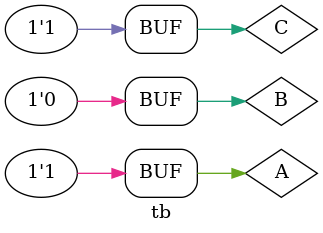
<source format=v>
module tb();
    reg A, B, C;
    wire Q;

    complex dut(
        .A(A),
        .B(B),
        .C(C),
        .Q(Q)
    );

    initial begin;
        A <= 1'b0;
        B <= 1'b0;
        C <= 1'b0;
        #100;

        A <= 1'b0;
        B <= 1'b0;
        C <= 1'b1;
        #100;

        A <= 1'b0;
        B <= 1'b1;
        C <= 1'b0;
        #100;

        A <= 1'b1;
        B <= 1'b0;
        C <= 1'b1;
        #100;
    end

    initial begin;
        $dumpfile("dump.vcd");
        $dumpvars(0);
    end
endmodule
</source>
